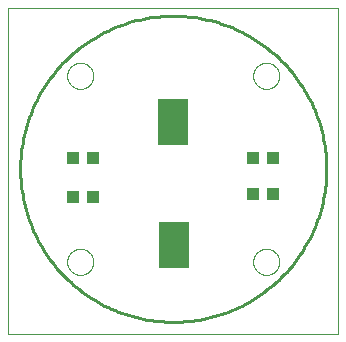
<source format=gbp>
G75*
%MOIN*%
%OFA0B0*%
%FSLAX25Y25*%
%IPPOS*%
%LPD*%
%AMOC8*
5,1,8,0,0,1.08239X$1,22.5*
%
%ADD10C,0.00000*%
%ADD11C,0.01000*%
%ADD12R,0.04331X0.03937*%
%ADD13R,0.09843X0.15748*%
D10*
X0006500Y0001500D02*
X0006500Y0110201D01*
X0116421Y0110201D01*
X0116421Y0001500D01*
X0006500Y0001500D01*
X0026150Y0025500D02*
X0026152Y0025631D01*
X0026158Y0025763D01*
X0026168Y0025894D01*
X0026182Y0026024D01*
X0026200Y0026155D01*
X0026221Y0026284D01*
X0026247Y0026413D01*
X0026276Y0026541D01*
X0026310Y0026668D01*
X0026347Y0026794D01*
X0026388Y0026919D01*
X0026433Y0027043D01*
X0026481Y0027165D01*
X0026533Y0027285D01*
X0026589Y0027404D01*
X0026648Y0027522D01*
X0026711Y0027637D01*
X0026777Y0027750D01*
X0026847Y0027862D01*
X0026920Y0027971D01*
X0026996Y0028078D01*
X0027076Y0028183D01*
X0027158Y0028285D01*
X0027244Y0028385D01*
X0027333Y0028482D01*
X0027424Y0028576D01*
X0027518Y0028667D01*
X0027615Y0028756D01*
X0027715Y0028842D01*
X0027817Y0028924D01*
X0027922Y0029004D01*
X0028029Y0029080D01*
X0028138Y0029153D01*
X0028250Y0029223D01*
X0028363Y0029289D01*
X0028478Y0029352D01*
X0028596Y0029411D01*
X0028715Y0029467D01*
X0028835Y0029519D01*
X0028957Y0029567D01*
X0029081Y0029612D01*
X0029206Y0029653D01*
X0029332Y0029690D01*
X0029459Y0029724D01*
X0029587Y0029753D01*
X0029716Y0029779D01*
X0029845Y0029800D01*
X0029976Y0029818D01*
X0030106Y0029832D01*
X0030237Y0029842D01*
X0030369Y0029848D01*
X0030500Y0029850D01*
X0030631Y0029848D01*
X0030763Y0029842D01*
X0030894Y0029832D01*
X0031024Y0029818D01*
X0031155Y0029800D01*
X0031284Y0029779D01*
X0031413Y0029753D01*
X0031541Y0029724D01*
X0031668Y0029690D01*
X0031794Y0029653D01*
X0031919Y0029612D01*
X0032043Y0029567D01*
X0032165Y0029519D01*
X0032285Y0029467D01*
X0032404Y0029411D01*
X0032522Y0029352D01*
X0032637Y0029289D01*
X0032750Y0029223D01*
X0032862Y0029153D01*
X0032971Y0029080D01*
X0033078Y0029004D01*
X0033183Y0028924D01*
X0033285Y0028842D01*
X0033385Y0028756D01*
X0033482Y0028667D01*
X0033576Y0028576D01*
X0033667Y0028482D01*
X0033756Y0028385D01*
X0033842Y0028285D01*
X0033924Y0028183D01*
X0034004Y0028078D01*
X0034080Y0027971D01*
X0034153Y0027862D01*
X0034223Y0027750D01*
X0034289Y0027637D01*
X0034352Y0027522D01*
X0034411Y0027404D01*
X0034467Y0027285D01*
X0034519Y0027165D01*
X0034567Y0027043D01*
X0034612Y0026919D01*
X0034653Y0026794D01*
X0034690Y0026668D01*
X0034724Y0026541D01*
X0034753Y0026413D01*
X0034779Y0026284D01*
X0034800Y0026155D01*
X0034818Y0026024D01*
X0034832Y0025894D01*
X0034842Y0025763D01*
X0034848Y0025631D01*
X0034850Y0025500D01*
X0034848Y0025369D01*
X0034842Y0025237D01*
X0034832Y0025106D01*
X0034818Y0024976D01*
X0034800Y0024845D01*
X0034779Y0024716D01*
X0034753Y0024587D01*
X0034724Y0024459D01*
X0034690Y0024332D01*
X0034653Y0024206D01*
X0034612Y0024081D01*
X0034567Y0023957D01*
X0034519Y0023835D01*
X0034467Y0023715D01*
X0034411Y0023596D01*
X0034352Y0023478D01*
X0034289Y0023363D01*
X0034223Y0023250D01*
X0034153Y0023138D01*
X0034080Y0023029D01*
X0034004Y0022922D01*
X0033924Y0022817D01*
X0033842Y0022715D01*
X0033756Y0022615D01*
X0033667Y0022518D01*
X0033576Y0022424D01*
X0033482Y0022333D01*
X0033385Y0022244D01*
X0033285Y0022158D01*
X0033183Y0022076D01*
X0033078Y0021996D01*
X0032971Y0021920D01*
X0032862Y0021847D01*
X0032750Y0021777D01*
X0032637Y0021711D01*
X0032522Y0021648D01*
X0032404Y0021589D01*
X0032285Y0021533D01*
X0032165Y0021481D01*
X0032043Y0021433D01*
X0031919Y0021388D01*
X0031794Y0021347D01*
X0031668Y0021310D01*
X0031541Y0021276D01*
X0031413Y0021247D01*
X0031284Y0021221D01*
X0031155Y0021200D01*
X0031024Y0021182D01*
X0030894Y0021168D01*
X0030763Y0021158D01*
X0030631Y0021152D01*
X0030500Y0021150D01*
X0030369Y0021152D01*
X0030237Y0021158D01*
X0030106Y0021168D01*
X0029976Y0021182D01*
X0029845Y0021200D01*
X0029716Y0021221D01*
X0029587Y0021247D01*
X0029459Y0021276D01*
X0029332Y0021310D01*
X0029206Y0021347D01*
X0029081Y0021388D01*
X0028957Y0021433D01*
X0028835Y0021481D01*
X0028715Y0021533D01*
X0028596Y0021589D01*
X0028478Y0021648D01*
X0028363Y0021711D01*
X0028250Y0021777D01*
X0028138Y0021847D01*
X0028029Y0021920D01*
X0027922Y0021996D01*
X0027817Y0022076D01*
X0027715Y0022158D01*
X0027615Y0022244D01*
X0027518Y0022333D01*
X0027424Y0022424D01*
X0027333Y0022518D01*
X0027244Y0022615D01*
X0027158Y0022715D01*
X0027076Y0022817D01*
X0026996Y0022922D01*
X0026920Y0023029D01*
X0026847Y0023138D01*
X0026777Y0023250D01*
X0026711Y0023363D01*
X0026648Y0023478D01*
X0026589Y0023596D01*
X0026533Y0023715D01*
X0026481Y0023835D01*
X0026433Y0023957D01*
X0026388Y0024081D01*
X0026347Y0024206D01*
X0026310Y0024332D01*
X0026276Y0024459D01*
X0026247Y0024587D01*
X0026221Y0024716D01*
X0026200Y0024845D01*
X0026182Y0024976D01*
X0026168Y0025106D01*
X0026158Y0025237D01*
X0026152Y0025369D01*
X0026150Y0025500D01*
X0088150Y0025500D02*
X0088152Y0025631D01*
X0088158Y0025763D01*
X0088168Y0025894D01*
X0088182Y0026024D01*
X0088200Y0026155D01*
X0088221Y0026284D01*
X0088247Y0026413D01*
X0088276Y0026541D01*
X0088310Y0026668D01*
X0088347Y0026794D01*
X0088388Y0026919D01*
X0088433Y0027043D01*
X0088481Y0027165D01*
X0088533Y0027285D01*
X0088589Y0027404D01*
X0088648Y0027522D01*
X0088711Y0027637D01*
X0088777Y0027750D01*
X0088847Y0027862D01*
X0088920Y0027971D01*
X0088996Y0028078D01*
X0089076Y0028183D01*
X0089158Y0028285D01*
X0089244Y0028385D01*
X0089333Y0028482D01*
X0089424Y0028576D01*
X0089518Y0028667D01*
X0089615Y0028756D01*
X0089715Y0028842D01*
X0089817Y0028924D01*
X0089922Y0029004D01*
X0090029Y0029080D01*
X0090138Y0029153D01*
X0090250Y0029223D01*
X0090363Y0029289D01*
X0090478Y0029352D01*
X0090596Y0029411D01*
X0090715Y0029467D01*
X0090835Y0029519D01*
X0090957Y0029567D01*
X0091081Y0029612D01*
X0091206Y0029653D01*
X0091332Y0029690D01*
X0091459Y0029724D01*
X0091587Y0029753D01*
X0091716Y0029779D01*
X0091845Y0029800D01*
X0091976Y0029818D01*
X0092106Y0029832D01*
X0092237Y0029842D01*
X0092369Y0029848D01*
X0092500Y0029850D01*
X0092631Y0029848D01*
X0092763Y0029842D01*
X0092894Y0029832D01*
X0093024Y0029818D01*
X0093155Y0029800D01*
X0093284Y0029779D01*
X0093413Y0029753D01*
X0093541Y0029724D01*
X0093668Y0029690D01*
X0093794Y0029653D01*
X0093919Y0029612D01*
X0094043Y0029567D01*
X0094165Y0029519D01*
X0094285Y0029467D01*
X0094404Y0029411D01*
X0094522Y0029352D01*
X0094637Y0029289D01*
X0094750Y0029223D01*
X0094862Y0029153D01*
X0094971Y0029080D01*
X0095078Y0029004D01*
X0095183Y0028924D01*
X0095285Y0028842D01*
X0095385Y0028756D01*
X0095482Y0028667D01*
X0095576Y0028576D01*
X0095667Y0028482D01*
X0095756Y0028385D01*
X0095842Y0028285D01*
X0095924Y0028183D01*
X0096004Y0028078D01*
X0096080Y0027971D01*
X0096153Y0027862D01*
X0096223Y0027750D01*
X0096289Y0027637D01*
X0096352Y0027522D01*
X0096411Y0027404D01*
X0096467Y0027285D01*
X0096519Y0027165D01*
X0096567Y0027043D01*
X0096612Y0026919D01*
X0096653Y0026794D01*
X0096690Y0026668D01*
X0096724Y0026541D01*
X0096753Y0026413D01*
X0096779Y0026284D01*
X0096800Y0026155D01*
X0096818Y0026024D01*
X0096832Y0025894D01*
X0096842Y0025763D01*
X0096848Y0025631D01*
X0096850Y0025500D01*
X0096848Y0025369D01*
X0096842Y0025237D01*
X0096832Y0025106D01*
X0096818Y0024976D01*
X0096800Y0024845D01*
X0096779Y0024716D01*
X0096753Y0024587D01*
X0096724Y0024459D01*
X0096690Y0024332D01*
X0096653Y0024206D01*
X0096612Y0024081D01*
X0096567Y0023957D01*
X0096519Y0023835D01*
X0096467Y0023715D01*
X0096411Y0023596D01*
X0096352Y0023478D01*
X0096289Y0023363D01*
X0096223Y0023250D01*
X0096153Y0023138D01*
X0096080Y0023029D01*
X0096004Y0022922D01*
X0095924Y0022817D01*
X0095842Y0022715D01*
X0095756Y0022615D01*
X0095667Y0022518D01*
X0095576Y0022424D01*
X0095482Y0022333D01*
X0095385Y0022244D01*
X0095285Y0022158D01*
X0095183Y0022076D01*
X0095078Y0021996D01*
X0094971Y0021920D01*
X0094862Y0021847D01*
X0094750Y0021777D01*
X0094637Y0021711D01*
X0094522Y0021648D01*
X0094404Y0021589D01*
X0094285Y0021533D01*
X0094165Y0021481D01*
X0094043Y0021433D01*
X0093919Y0021388D01*
X0093794Y0021347D01*
X0093668Y0021310D01*
X0093541Y0021276D01*
X0093413Y0021247D01*
X0093284Y0021221D01*
X0093155Y0021200D01*
X0093024Y0021182D01*
X0092894Y0021168D01*
X0092763Y0021158D01*
X0092631Y0021152D01*
X0092500Y0021150D01*
X0092369Y0021152D01*
X0092237Y0021158D01*
X0092106Y0021168D01*
X0091976Y0021182D01*
X0091845Y0021200D01*
X0091716Y0021221D01*
X0091587Y0021247D01*
X0091459Y0021276D01*
X0091332Y0021310D01*
X0091206Y0021347D01*
X0091081Y0021388D01*
X0090957Y0021433D01*
X0090835Y0021481D01*
X0090715Y0021533D01*
X0090596Y0021589D01*
X0090478Y0021648D01*
X0090363Y0021711D01*
X0090250Y0021777D01*
X0090138Y0021847D01*
X0090029Y0021920D01*
X0089922Y0021996D01*
X0089817Y0022076D01*
X0089715Y0022158D01*
X0089615Y0022244D01*
X0089518Y0022333D01*
X0089424Y0022424D01*
X0089333Y0022518D01*
X0089244Y0022615D01*
X0089158Y0022715D01*
X0089076Y0022817D01*
X0088996Y0022922D01*
X0088920Y0023029D01*
X0088847Y0023138D01*
X0088777Y0023250D01*
X0088711Y0023363D01*
X0088648Y0023478D01*
X0088589Y0023596D01*
X0088533Y0023715D01*
X0088481Y0023835D01*
X0088433Y0023957D01*
X0088388Y0024081D01*
X0088347Y0024206D01*
X0088310Y0024332D01*
X0088276Y0024459D01*
X0088247Y0024587D01*
X0088221Y0024716D01*
X0088200Y0024845D01*
X0088182Y0024976D01*
X0088168Y0025106D01*
X0088158Y0025237D01*
X0088152Y0025369D01*
X0088150Y0025500D01*
X0088150Y0087500D02*
X0088152Y0087631D01*
X0088158Y0087763D01*
X0088168Y0087894D01*
X0088182Y0088024D01*
X0088200Y0088155D01*
X0088221Y0088284D01*
X0088247Y0088413D01*
X0088276Y0088541D01*
X0088310Y0088668D01*
X0088347Y0088794D01*
X0088388Y0088919D01*
X0088433Y0089043D01*
X0088481Y0089165D01*
X0088533Y0089285D01*
X0088589Y0089404D01*
X0088648Y0089522D01*
X0088711Y0089637D01*
X0088777Y0089750D01*
X0088847Y0089862D01*
X0088920Y0089971D01*
X0088996Y0090078D01*
X0089076Y0090183D01*
X0089158Y0090285D01*
X0089244Y0090385D01*
X0089333Y0090482D01*
X0089424Y0090576D01*
X0089518Y0090667D01*
X0089615Y0090756D01*
X0089715Y0090842D01*
X0089817Y0090924D01*
X0089922Y0091004D01*
X0090029Y0091080D01*
X0090138Y0091153D01*
X0090250Y0091223D01*
X0090363Y0091289D01*
X0090478Y0091352D01*
X0090596Y0091411D01*
X0090715Y0091467D01*
X0090835Y0091519D01*
X0090957Y0091567D01*
X0091081Y0091612D01*
X0091206Y0091653D01*
X0091332Y0091690D01*
X0091459Y0091724D01*
X0091587Y0091753D01*
X0091716Y0091779D01*
X0091845Y0091800D01*
X0091976Y0091818D01*
X0092106Y0091832D01*
X0092237Y0091842D01*
X0092369Y0091848D01*
X0092500Y0091850D01*
X0092631Y0091848D01*
X0092763Y0091842D01*
X0092894Y0091832D01*
X0093024Y0091818D01*
X0093155Y0091800D01*
X0093284Y0091779D01*
X0093413Y0091753D01*
X0093541Y0091724D01*
X0093668Y0091690D01*
X0093794Y0091653D01*
X0093919Y0091612D01*
X0094043Y0091567D01*
X0094165Y0091519D01*
X0094285Y0091467D01*
X0094404Y0091411D01*
X0094522Y0091352D01*
X0094637Y0091289D01*
X0094750Y0091223D01*
X0094862Y0091153D01*
X0094971Y0091080D01*
X0095078Y0091004D01*
X0095183Y0090924D01*
X0095285Y0090842D01*
X0095385Y0090756D01*
X0095482Y0090667D01*
X0095576Y0090576D01*
X0095667Y0090482D01*
X0095756Y0090385D01*
X0095842Y0090285D01*
X0095924Y0090183D01*
X0096004Y0090078D01*
X0096080Y0089971D01*
X0096153Y0089862D01*
X0096223Y0089750D01*
X0096289Y0089637D01*
X0096352Y0089522D01*
X0096411Y0089404D01*
X0096467Y0089285D01*
X0096519Y0089165D01*
X0096567Y0089043D01*
X0096612Y0088919D01*
X0096653Y0088794D01*
X0096690Y0088668D01*
X0096724Y0088541D01*
X0096753Y0088413D01*
X0096779Y0088284D01*
X0096800Y0088155D01*
X0096818Y0088024D01*
X0096832Y0087894D01*
X0096842Y0087763D01*
X0096848Y0087631D01*
X0096850Y0087500D01*
X0096848Y0087369D01*
X0096842Y0087237D01*
X0096832Y0087106D01*
X0096818Y0086976D01*
X0096800Y0086845D01*
X0096779Y0086716D01*
X0096753Y0086587D01*
X0096724Y0086459D01*
X0096690Y0086332D01*
X0096653Y0086206D01*
X0096612Y0086081D01*
X0096567Y0085957D01*
X0096519Y0085835D01*
X0096467Y0085715D01*
X0096411Y0085596D01*
X0096352Y0085478D01*
X0096289Y0085363D01*
X0096223Y0085250D01*
X0096153Y0085138D01*
X0096080Y0085029D01*
X0096004Y0084922D01*
X0095924Y0084817D01*
X0095842Y0084715D01*
X0095756Y0084615D01*
X0095667Y0084518D01*
X0095576Y0084424D01*
X0095482Y0084333D01*
X0095385Y0084244D01*
X0095285Y0084158D01*
X0095183Y0084076D01*
X0095078Y0083996D01*
X0094971Y0083920D01*
X0094862Y0083847D01*
X0094750Y0083777D01*
X0094637Y0083711D01*
X0094522Y0083648D01*
X0094404Y0083589D01*
X0094285Y0083533D01*
X0094165Y0083481D01*
X0094043Y0083433D01*
X0093919Y0083388D01*
X0093794Y0083347D01*
X0093668Y0083310D01*
X0093541Y0083276D01*
X0093413Y0083247D01*
X0093284Y0083221D01*
X0093155Y0083200D01*
X0093024Y0083182D01*
X0092894Y0083168D01*
X0092763Y0083158D01*
X0092631Y0083152D01*
X0092500Y0083150D01*
X0092369Y0083152D01*
X0092237Y0083158D01*
X0092106Y0083168D01*
X0091976Y0083182D01*
X0091845Y0083200D01*
X0091716Y0083221D01*
X0091587Y0083247D01*
X0091459Y0083276D01*
X0091332Y0083310D01*
X0091206Y0083347D01*
X0091081Y0083388D01*
X0090957Y0083433D01*
X0090835Y0083481D01*
X0090715Y0083533D01*
X0090596Y0083589D01*
X0090478Y0083648D01*
X0090363Y0083711D01*
X0090250Y0083777D01*
X0090138Y0083847D01*
X0090029Y0083920D01*
X0089922Y0083996D01*
X0089817Y0084076D01*
X0089715Y0084158D01*
X0089615Y0084244D01*
X0089518Y0084333D01*
X0089424Y0084424D01*
X0089333Y0084518D01*
X0089244Y0084615D01*
X0089158Y0084715D01*
X0089076Y0084817D01*
X0088996Y0084922D01*
X0088920Y0085029D01*
X0088847Y0085138D01*
X0088777Y0085250D01*
X0088711Y0085363D01*
X0088648Y0085478D01*
X0088589Y0085596D01*
X0088533Y0085715D01*
X0088481Y0085835D01*
X0088433Y0085957D01*
X0088388Y0086081D01*
X0088347Y0086206D01*
X0088310Y0086332D01*
X0088276Y0086459D01*
X0088247Y0086587D01*
X0088221Y0086716D01*
X0088200Y0086845D01*
X0088182Y0086976D01*
X0088168Y0087106D01*
X0088158Y0087237D01*
X0088152Y0087369D01*
X0088150Y0087500D01*
X0026150Y0087500D02*
X0026152Y0087631D01*
X0026158Y0087763D01*
X0026168Y0087894D01*
X0026182Y0088024D01*
X0026200Y0088155D01*
X0026221Y0088284D01*
X0026247Y0088413D01*
X0026276Y0088541D01*
X0026310Y0088668D01*
X0026347Y0088794D01*
X0026388Y0088919D01*
X0026433Y0089043D01*
X0026481Y0089165D01*
X0026533Y0089285D01*
X0026589Y0089404D01*
X0026648Y0089522D01*
X0026711Y0089637D01*
X0026777Y0089750D01*
X0026847Y0089862D01*
X0026920Y0089971D01*
X0026996Y0090078D01*
X0027076Y0090183D01*
X0027158Y0090285D01*
X0027244Y0090385D01*
X0027333Y0090482D01*
X0027424Y0090576D01*
X0027518Y0090667D01*
X0027615Y0090756D01*
X0027715Y0090842D01*
X0027817Y0090924D01*
X0027922Y0091004D01*
X0028029Y0091080D01*
X0028138Y0091153D01*
X0028250Y0091223D01*
X0028363Y0091289D01*
X0028478Y0091352D01*
X0028596Y0091411D01*
X0028715Y0091467D01*
X0028835Y0091519D01*
X0028957Y0091567D01*
X0029081Y0091612D01*
X0029206Y0091653D01*
X0029332Y0091690D01*
X0029459Y0091724D01*
X0029587Y0091753D01*
X0029716Y0091779D01*
X0029845Y0091800D01*
X0029976Y0091818D01*
X0030106Y0091832D01*
X0030237Y0091842D01*
X0030369Y0091848D01*
X0030500Y0091850D01*
X0030631Y0091848D01*
X0030763Y0091842D01*
X0030894Y0091832D01*
X0031024Y0091818D01*
X0031155Y0091800D01*
X0031284Y0091779D01*
X0031413Y0091753D01*
X0031541Y0091724D01*
X0031668Y0091690D01*
X0031794Y0091653D01*
X0031919Y0091612D01*
X0032043Y0091567D01*
X0032165Y0091519D01*
X0032285Y0091467D01*
X0032404Y0091411D01*
X0032522Y0091352D01*
X0032637Y0091289D01*
X0032750Y0091223D01*
X0032862Y0091153D01*
X0032971Y0091080D01*
X0033078Y0091004D01*
X0033183Y0090924D01*
X0033285Y0090842D01*
X0033385Y0090756D01*
X0033482Y0090667D01*
X0033576Y0090576D01*
X0033667Y0090482D01*
X0033756Y0090385D01*
X0033842Y0090285D01*
X0033924Y0090183D01*
X0034004Y0090078D01*
X0034080Y0089971D01*
X0034153Y0089862D01*
X0034223Y0089750D01*
X0034289Y0089637D01*
X0034352Y0089522D01*
X0034411Y0089404D01*
X0034467Y0089285D01*
X0034519Y0089165D01*
X0034567Y0089043D01*
X0034612Y0088919D01*
X0034653Y0088794D01*
X0034690Y0088668D01*
X0034724Y0088541D01*
X0034753Y0088413D01*
X0034779Y0088284D01*
X0034800Y0088155D01*
X0034818Y0088024D01*
X0034832Y0087894D01*
X0034842Y0087763D01*
X0034848Y0087631D01*
X0034850Y0087500D01*
X0034848Y0087369D01*
X0034842Y0087237D01*
X0034832Y0087106D01*
X0034818Y0086976D01*
X0034800Y0086845D01*
X0034779Y0086716D01*
X0034753Y0086587D01*
X0034724Y0086459D01*
X0034690Y0086332D01*
X0034653Y0086206D01*
X0034612Y0086081D01*
X0034567Y0085957D01*
X0034519Y0085835D01*
X0034467Y0085715D01*
X0034411Y0085596D01*
X0034352Y0085478D01*
X0034289Y0085363D01*
X0034223Y0085250D01*
X0034153Y0085138D01*
X0034080Y0085029D01*
X0034004Y0084922D01*
X0033924Y0084817D01*
X0033842Y0084715D01*
X0033756Y0084615D01*
X0033667Y0084518D01*
X0033576Y0084424D01*
X0033482Y0084333D01*
X0033385Y0084244D01*
X0033285Y0084158D01*
X0033183Y0084076D01*
X0033078Y0083996D01*
X0032971Y0083920D01*
X0032862Y0083847D01*
X0032750Y0083777D01*
X0032637Y0083711D01*
X0032522Y0083648D01*
X0032404Y0083589D01*
X0032285Y0083533D01*
X0032165Y0083481D01*
X0032043Y0083433D01*
X0031919Y0083388D01*
X0031794Y0083347D01*
X0031668Y0083310D01*
X0031541Y0083276D01*
X0031413Y0083247D01*
X0031284Y0083221D01*
X0031155Y0083200D01*
X0031024Y0083182D01*
X0030894Y0083168D01*
X0030763Y0083158D01*
X0030631Y0083152D01*
X0030500Y0083150D01*
X0030369Y0083152D01*
X0030237Y0083158D01*
X0030106Y0083168D01*
X0029976Y0083182D01*
X0029845Y0083200D01*
X0029716Y0083221D01*
X0029587Y0083247D01*
X0029459Y0083276D01*
X0029332Y0083310D01*
X0029206Y0083347D01*
X0029081Y0083388D01*
X0028957Y0083433D01*
X0028835Y0083481D01*
X0028715Y0083533D01*
X0028596Y0083589D01*
X0028478Y0083648D01*
X0028363Y0083711D01*
X0028250Y0083777D01*
X0028138Y0083847D01*
X0028029Y0083920D01*
X0027922Y0083996D01*
X0027817Y0084076D01*
X0027715Y0084158D01*
X0027615Y0084244D01*
X0027518Y0084333D01*
X0027424Y0084424D01*
X0027333Y0084518D01*
X0027244Y0084615D01*
X0027158Y0084715D01*
X0027076Y0084817D01*
X0026996Y0084922D01*
X0026920Y0085029D01*
X0026847Y0085138D01*
X0026777Y0085250D01*
X0026711Y0085363D01*
X0026648Y0085478D01*
X0026589Y0085596D01*
X0026533Y0085715D01*
X0026481Y0085835D01*
X0026433Y0085957D01*
X0026388Y0086081D01*
X0026347Y0086206D01*
X0026310Y0086332D01*
X0026276Y0086459D01*
X0026247Y0086587D01*
X0026221Y0086716D01*
X0026200Y0086845D01*
X0026182Y0086976D01*
X0026168Y0087106D01*
X0026158Y0087237D01*
X0026152Y0087369D01*
X0026150Y0087500D01*
D11*
X0010500Y0056500D02*
X0010515Y0057752D01*
X0010561Y0059002D01*
X0010638Y0060252D01*
X0010746Y0061499D01*
X0010884Y0062743D01*
X0011052Y0063983D01*
X0011251Y0065219D01*
X0011480Y0066450D01*
X0011739Y0067674D01*
X0012028Y0068892D01*
X0012347Y0070102D01*
X0012696Y0071305D01*
X0013074Y0072498D01*
X0013481Y0073681D01*
X0013917Y0074855D01*
X0014382Y0076017D01*
X0014875Y0077167D01*
X0015397Y0078305D01*
X0015946Y0079430D01*
X0016522Y0080541D01*
X0017126Y0081638D01*
X0017756Y0082719D01*
X0018412Y0083785D01*
X0019095Y0084834D01*
X0019803Y0085866D01*
X0020536Y0086881D01*
X0021294Y0087877D01*
X0022076Y0088854D01*
X0022882Y0089812D01*
X0023711Y0090750D01*
X0024563Y0091667D01*
X0025438Y0092562D01*
X0026333Y0093437D01*
X0027250Y0094289D01*
X0028188Y0095118D01*
X0029146Y0095924D01*
X0030123Y0096706D01*
X0031119Y0097464D01*
X0032134Y0098197D01*
X0033166Y0098905D01*
X0034215Y0099588D01*
X0035281Y0100244D01*
X0036362Y0100874D01*
X0037459Y0101478D01*
X0038570Y0102054D01*
X0039695Y0102603D01*
X0040833Y0103125D01*
X0041983Y0103618D01*
X0043145Y0104083D01*
X0044319Y0104519D01*
X0045502Y0104926D01*
X0046695Y0105304D01*
X0047898Y0105653D01*
X0049108Y0105972D01*
X0050326Y0106261D01*
X0051550Y0106520D01*
X0052781Y0106749D01*
X0054017Y0106948D01*
X0055257Y0107116D01*
X0056501Y0107254D01*
X0057748Y0107362D01*
X0058998Y0107439D01*
X0060248Y0107485D01*
X0061500Y0107500D01*
X0062752Y0107485D01*
X0064002Y0107439D01*
X0065252Y0107362D01*
X0066499Y0107254D01*
X0067743Y0107116D01*
X0068983Y0106948D01*
X0070219Y0106749D01*
X0071450Y0106520D01*
X0072674Y0106261D01*
X0073892Y0105972D01*
X0075102Y0105653D01*
X0076305Y0105304D01*
X0077498Y0104926D01*
X0078681Y0104519D01*
X0079855Y0104083D01*
X0081017Y0103618D01*
X0082167Y0103125D01*
X0083305Y0102603D01*
X0084430Y0102054D01*
X0085541Y0101478D01*
X0086638Y0100874D01*
X0087719Y0100244D01*
X0088785Y0099588D01*
X0089834Y0098905D01*
X0090866Y0098197D01*
X0091881Y0097464D01*
X0092877Y0096706D01*
X0093854Y0095924D01*
X0094812Y0095118D01*
X0095750Y0094289D01*
X0096667Y0093437D01*
X0097562Y0092562D01*
X0098437Y0091667D01*
X0099289Y0090750D01*
X0100118Y0089812D01*
X0100924Y0088854D01*
X0101706Y0087877D01*
X0102464Y0086881D01*
X0103197Y0085866D01*
X0103905Y0084834D01*
X0104588Y0083785D01*
X0105244Y0082719D01*
X0105874Y0081638D01*
X0106478Y0080541D01*
X0107054Y0079430D01*
X0107603Y0078305D01*
X0108125Y0077167D01*
X0108618Y0076017D01*
X0109083Y0074855D01*
X0109519Y0073681D01*
X0109926Y0072498D01*
X0110304Y0071305D01*
X0110653Y0070102D01*
X0110972Y0068892D01*
X0111261Y0067674D01*
X0111520Y0066450D01*
X0111749Y0065219D01*
X0111948Y0063983D01*
X0112116Y0062743D01*
X0112254Y0061499D01*
X0112362Y0060252D01*
X0112439Y0059002D01*
X0112485Y0057752D01*
X0112500Y0056500D01*
X0112485Y0055248D01*
X0112439Y0053998D01*
X0112362Y0052748D01*
X0112254Y0051501D01*
X0112116Y0050257D01*
X0111948Y0049017D01*
X0111749Y0047781D01*
X0111520Y0046550D01*
X0111261Y0045326D01*
X0110972Y0044108D01*
X0110653Y0042898D01*
X0110304Y0041695D01*
X0109926Y0040502D01*
X0109519Y0039319D01*
X0109083Y0038145D01*
X0108618Y0036983D01*
X0108125Y0035833D01*
X0107603Y0034695D01*
X0107054Y0033570D01*
X0106478Y0032459D01*
X0105874Y0031362D01*
X0105244Y0030281D01*
X0104588Y0029215D01*
X0103905Y0028166D01*
X0103197Y0027134D01*
X0102464Y0026119D01*
X0101706Y0025123D01*
X0100924Y0024146D01*
X0100118Y0023188D01*
X0099289Y0022250D01*
X0098437Y0021333D01*
X0097562Y0020438D01*
X0096667Y0019563D01*
X0095750Y0018711D01*
X0094812Y0017882D01*
X0093854Y0017076D01*
X0092877Y0016294D01*
X0091881Y0015536D01*
X0090866Y0014803D01*
X0089834Y0014095D01*
X0088785Y0013412D01*
X0087719Y0012756D01*
X0086638Y0012126D01*
X0085541Y0011522D01*
X0084430Y0010946D01*
X0083305Y0010397D01*
X0082167Y0009875D01*
X0081017Y0009382D01*
X0079855Y0008917D01*
X0078681Y0008481D01*
X0077498Y0008074D01*
X0076305Y0007696D01*
X0075102Y0007347D01*
X0073892Y0007028D01*
X0072674Y0006739D01*
X0071450Y0006480D01*
X0070219Y0006251D01*
X0068983Y0006052D01*
X0067743Y0005884D01*
X0066499Y0005746D01*
X0065252Y0005638D01*
X0064002Y0005561D01*
X0062752Y0005515D01*
X0061500Y0005500D01*
X0060248Y0005515D01*
X0058998Y0005561D01*
X0057748Y0005638D01*
X0056501Y0005746D01*
X0055257Y0005884D01*
X0054017Y0006052D01*
X0052781Y0006251D01*
X0051550Y0006480D01*
X0050326Y0006739D01*
X0049108Y0007028D01*
X0047898Y0007347D01*
X0046695Y0007696D01*
X0045502Y0008074D01*
X0044319Y0008481D01*
X0043145Y0008917D01*
X0041983Y0009382D01*
X0040833Y0009875D01*
X0039695Y0010397D01*
X0038570Y0010946D01*
X0037459Y0011522D01*
X0036362Y0012126D01*
X0035281Y0012756D01*
X0034215Y0013412D01*
X0033166Y0014095D01*
X0032134Y0014803D01*
X0031119Y0015536D01*
X0030123Y0016294D01*
X0029146Y0017076D01*
X0028188Y0017882D01*
X0027250Y0018711D01*
X0026333Y0019563D01*
X0025438Y0020438D01*
X0024563Y0021333D01*
X0023711Y0022250D01*
X0022882Y0023188D01*
X0022076Y0024146D01*
X0021294Y0025123D01*
X0020536Y0026119D01*
X0019803Y0027134D01*
X0019095Y0028166D01*
X0018412Y0029215D01*
X0017756Y0030281D01*
X0017126Y0031362D01*
X0016522Y0032459D01*
X0015946Y0033570D01*
X0015397Y0034695D01*
X0014875Y0035833D01*
X0014382Y0036983D01*
X0013917Y0038145D01*
X0013481Y0039319D01*
X0013074Y0040502D01*
X0012696Y0041695D01*
X0012347Y0042898D01*
X0012028Y0044108D01*
X0011739Y0045326D01*
X0011480Y0046550D01*
X0011251Y0047781D01*
X0011052Y0049017D01*
X0010884Y0050257D01*
X0010746Y0051501D01*
X0010638Y0052748D01*
X0010561Y0053998D01*
X0010515Y0055248D01*
X0010500Y0056500D01*
D12*
X0028154Y0060000D03*
X0034846Y0060000D03*
X0034846Y0047000D03*
X0028154Y0047000D03*
X0088154Y0048000D03*
X0094846Y0048000D03*
X0094846Y0060000D03*
X0088154Y0060000D03*
D13*
X0061500Y0071972D03*
X0061894Y0031028D03*
M02*

</source>
